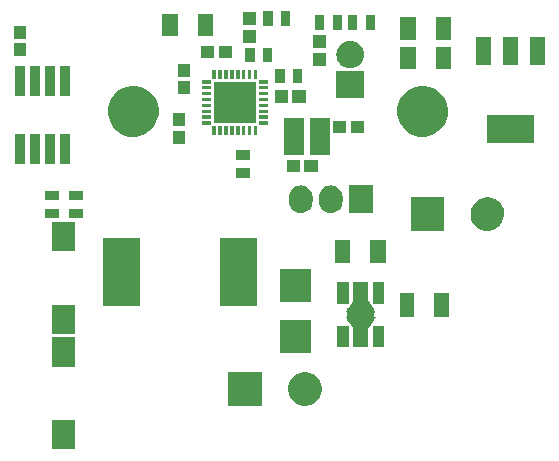
<source format=gts>
G04 #@! TF.FileFunction,Soldermask,Top*
%FSLAX46Y46*%
G04 Gerber Fmt 4.6, Leading zero omitted, Abs format (unit mm)*
G04 Created by KiCad (PCBNEW 4.0.0-2.201512062335+6193~38~ubuntu15.10.1-stable) date ke 13. tammikuuta 2016 13.01.44*
%MOMM*%
G01*
G04 APERTURE LIST*
%ADD10C,0.100000*%
G04 APERTURE END LIST*
D10*
G36*
X122112900Y-100429900D02*
X120208100Y-100429900D01*
X120208100Y-97945100D01*
X122112900Y-97945100D01*
X122112900Y-100429900D01*
X122112900Y-100429900D01*
G37*
G36*
X141740904Y-93882045D02*
X142014147Y-93938135D01*
X142271305Y-94046234D01*
X142502562Y-94202219D01*
X142699117Y-94400150D01*
X142853482Y-94632490D01*
X142959781Y-94890389D01*
X143013893Y-95163677D01*
X143013893Y-95163683D01*
X143013961Y-95164027D01*
X143009512Y-95482637D01*
X143009435Y-95482975D01*
X143009435Y-95482983D01*
X142947713Y-95754655D01*
X142834257Y-96009482D01*
X142673461Y-96237423D01*
X142471455Y-96429791D01*
X142235932Y-96579259D01*
X141975861Y-96680134D01*
X141701155Y-96728572D01*
X141422267Y-96722730D01*
X141149825Y-96662830D01*
X140894208Y-96551153D01*
X140665154Y-96391956D01*
X140471381Y-96191298D01*
X140320272Y-95956823D01*
X140217582Y-95697460D01*
X140167229Y-95423102D01*
X140171123Y-95144180D01*
X140229120Y-94871326D01*
X140339008Y-94614938D01*
X140496605Y-94384774D01*
X140695904Y-94189605D01*
X140929319Y-94036863D01*
X141187955Y-93932367D01*
X141461958Y-93880098D01*
X141740904Y-93882045D01*
X141740904Y-93882045D01*
G37*
G36*
X137933900Y-96725900D02*
X135089100Y-96725900D01*
X135089100Y-93881100D01*
X137933900Y-93881100D01*
X137933900Y-96725900D01*
X137933900Y-96725900D01*
G37*
G36*
X122112900Y-93429900D02*
X120208100Y-93429900D01*
X120208100Y-90945100D01*
X122112900Y-90945100D01*
X122112900Y-93429900D01*
X122112900Y-93429900D01*
G37*
G36*
X142103220Y-92273120D02*
X139497180Y-92273120D01*
X139497180Y-89468960D01*
X142103220Y-89468960D01*
X142103220Y-92273120D01*
X142103220Y-92273120D01*
G37*
G36*
X148316060Y-91781630D02*
X147310220Y-91781630D01*
X147310220Y-89975690D01*
X148316060Y-89975690D01*
X148316060Y-91781630D01*
X148316060Y-91781630D01*
G37*
G36*
X146964780Y-87864300D02*
X146966791Y-87878453D01*
X146973332Y-87892507D01*
X147346936Y-88451965D01*
X147356465Y-88462614D01*
X147368588Y-88470190D01*
X147389179Y-88474550D01*
X147463890Y-88474550D01*
X147463890Y-88611698D01*
X147465901Y-88625851D01*
X147472443Y-88639907D01*
X147597790Y-88827610D01*
X147514690Y-88827610D01*
X147500537Y-88829621D01*
X147487506Y-88835496D01*
X147476626Y-88844768D01*
X147468761Y-88856704D01*
X147464532Y-88870359D01*
X147463890Y-88878410D01*
X147463890Y-89175590D01*
X147465901Y-89189743D01*
X147471776Y-89202774D01*
X147481048Y-89213654D01*
X147492984Y-89221519D01*
X147506639Y-89225748D01*
X147514690Y-89226390D01*
X147597790Y-89226390D01*
X147472442Y-89414093D01*
X147466257Y-89426977D01*
X147463890Y-89442302D01*
X147463890Y-89579450D01*
X147389179Y-89579450D01*
X147375026Y-89581461D01*
X147361995Y-89587336D01*
X147346935Y-89602036D01*
X146973331Y-90161494D01*
X146967147Y-90174375D01*
X146964780Y-90189700D01*
X146964780Y-91781630D01*
X145659220Y-91781630D01*
X145659220Y-90189700D01*
X145657209Y-90175547D01*
X145650668Y-90161493D01*
X145277064Y-89602035D01*
X145267535Y-89591386D01*
X145255412Y-89583810D01*
X145234821Y-89579450D01*
X145160110Y-89579450D01*
X145160110Y-89442302D01*
X145158099Y-89428149D01*
X145151557Y-89414093D01*
X145026210Y-89226390D01*
X145109310Y-89226390D01*
X145123463Y-89224379D01*
X145136494Y-89218504D01*
X145147374Y-89209232D01*
X145155239Y-89197296D01*
X145159468Y-89183641D01*
X145160110Y-89175590D01*
X145160110Y-88878410D01*
X145158099Y-88864257D01*
X145152224Y-88851226D01*
X145142952Y-88840346D01*
X145131016Y-88832481D01*
X145117361Y-88828252D01*
X145109310Y-88827610D01*
X145026210Y-88827610D01*
X145151558Y-88639907D01*
X145157743Y-88627023D01*
X145160110Y-88611698D01*
X145160110Y-88474550D01*
X145234821Y-88474550D01*
X145248974Y-88472539D01*
X145262005Y-88466664D01*
X145277065Y-88451964D01*
X145650669Y-87892506D01*
X145656853Y-87879625D01*
X145659220Y-87864300D01*
X145659220Y-86272370D01*
X146964780Y-86272370D01*
X146964780Y-87864300D01*
X146964780Y-87864300D01*
G37*
G36*
X145313780Y-91781630D02*
X144307940Y-91781630D01*
X144307940Y-89975690D01*
X145313780Y-89975690D01*
X145313780Y-91781630D01*
X145313780Y-91781630D01*
G37*
G36*
X122112900Y-90650900D02*
X120208100Y-90650900D01*
X120208100Y-88166100D01*
X122112900Y-88166100D01*
X122112900Y-90650900D01*
X122112900Y-90650900D01*
G37*
G36*
X150861900Y-89203900D02*
X149657100Y-89203900D01*
X149657100Y-87199100D01*
X150861900Y-87199100D01*
X150861900Y-89203900D01*
X150861900Y-89203900D01*
G37*
G36*
X153761900Y-89203900D02*
X152557100Y-89203900D01*
X152557100Y-87199100D01*
X153761900Y-87199100D01*
X153761900Y-89203900D01*
X153761900Y-89203900D01*
G37*
G36*
X137561700Y-88259920D02*
X134356220Y-88259920D01*
X134356220Y-82555080D01*
X137561700Y-82555080D01*
X137561700Y-88259920D01*
X137561700Y-88259920D01*
G37*
G36*
X127660780Y-88259920D02*
X124455300Y-88259920D01*
X124455300Y-82555080D01*
X127660780Y-82555080D01*
X127660780Y-88259920D01*
X127660780Y-88259920D01*
G37*
G36*
X148316060Y-88078310D02*
X147310220Y-88078310D01*
X147310220Y-86272370D01*
X148316060Y-86272370D01*
X148316060Y-88078310D01*
X148316060Y-88078310D01*
G37*
G36*
X145313780Y-88078310D02*
X144307940Y-88078310D01*
X144307940Y-86272370D01*
X145313780Y-86272370D01*
X145313780Y-88078310D01*
X145313780Y-88078310D01*
G37*
G36*
X142103220Y-87975440D02*
X139497180Y-87975440D01*
X139497180Y-85171280D01*
X142103220Y-85171280D01*
X142103220Y-87975440D01*
X142103220Y-87975440D01*
G37*
G36*
X145439000Y-84645400D02*
X144134200Y-84645400D01*
X144134200Y-82740600D01*
X145439000Y-82740600D01*
X145439000Y-84645400D01*
X145439000Y-84645400D01*
G37*
G36*
X148439000Y-84645400D02*
X147134200Y-84645400D01*
X147134200Y-82740600D01*
X148439000Y-82740600D01*
X148439000Y-84645400D01*
X148439000Y-84645400D01*
G37*
G36*
X122112900Y-83650900D02*
X120208100Y-83650900D01*
X120208100Y-81166100D01*
X122112900Y-81166100D01*
X122112900Y-83650900D01*
X122112900Y-83650900D01*
G37*
G36*
X157189404Y-79078545D02*
X157462647Y-79134635D01*
X157719805Y-79242734D01*
X157951062Y-79398719D01*
X158147617Y-79596650D01*
X158301982Y-79828990D01*
X158408281Y-80086889D01*
X158462393Y-80360177D01*
X158462393Y-80360183D01*
X158462461Y-80360527D01*
X158458012Y-80679137D01*
X158457935Y-80679475D01*
X158457935Y-80679483D01*
X158396213Y-80951155D01*
X158282757Y-81205982D01*
X158121961Y-81433923D01*
X157919955Y-81626291D01*
X157684432Y-81775759D01*
X157424361Y-81876634D01*
X157149655Y-81925072D01*
X156870767Y-81919230D01*
X156598325Y-81859330D01*
X156342708Y-81747653D01*
X156113654Y-81588456D01*
X155919881Y-81387798D01*
X155768772Y-81153323D01*
X155666082Y-80893960D01*
X155615729Y-80619602D01*
X155619623Y-80340680D01*
X155677620Y-80067826D01*
X155787508Y-79811438D01*
X155945105Y-79581274D01*
X156144404Y-79386105D01*
X156377819Y-79233363D01*
X156636455Y-79128867D01*
X156910458Y-79076598D01*
X157189404Y-79078545D01*
X157189404Y-79078545D01*
G37*
G36*
X153382400Y-81922400D02*
X150537600Y-81922400D01*
X150537600Y-79077600D01*
X153382400Y-79077600D01*
X153382400Y-81922400D01*
X153382400Y-81922400D01*
G37*
G36*
X122778900Y-80837900D02*
X121574100Y-80837900D01*
X121574100Y-80033100D01*
X122778900Y-80033100D01*
X122778900Y-80837900D01*
X122778900Y-80837900D01*
G37*
G36*
X120746900Y-80837900D02*
X119542100Y-80837900D01*
X119542100Y-80033100D01*
X120746900Y-80033100D01*
X120746900Y-80837900D01*
X120746900Y-80837900D01*
G37*
G36*
X143968248Y-78094692D02*
X143968258Y-78094695D01*
X143968295Y-78094699D01*
X144157716Y-78153334D01*
X144332140Y-78247645D01*
X144484924Y-78374039D01*
X144610248Y-78527701D01*
X144703339Y-78702779D01*
X144760650Y-78892605D01*
X144780000Y-79089947D01*
X144780000Y-79406087D01*
X144779916Y-79418183D01*
X144779915Y-79418189D01*
X144779901Y-79420239D01*
X144757798Y-79617291D01*
X144697842Y-79806298D01*
X144602315Y-79980059D01*
X144474858Y-80131957D01*
X144320324Y-80256206D01*
X144144600Y-80348072D01*
X143954379Y-80404057D01*
X143954343Y-80404060D01*
X143954334Y-80404063D01*
X143756909Y-80422030D01*
X143559752Y-80401308D01*
X143559742Y-80401305D01*
X143559705Y-80401301D01*
X143370284Y-80342666D01*
X143195860Y-80248355D01*
X143043076Y-80121961D01*
X142917752Y-79968299D01*
X142824661Y-79793221D01*
X142767350Y-79603395D01*
X142748000Y-79406053D01*
X142748000Y-79089913D01*
X142748084Y-79077817D01*
X142748085Y-79077811D01*
X142748099Y-79075761D01*
X142770202Y-78878709D01*
X142830158Y-78689702D01*
X142925685Y-78515941D01*
X143053142Y-78364043D01*
X143207676Y-78239794D01*
X143383400Y-78147928D01*
X143573621Y-78091943D01*
X143573657Y-78091940D01*
X143573666Y-78091937D01*
X143771091Y-78073970D01*
X143968248Y-78094692D01*
X143968248Y-78094692D01*
G37*
G36*
X141428248Y-78094692D02*
X141428258Y-78094695D01*
X141428295Y-78094699D01*
X141617716Y-78153334D01*
X141792140Y-78247645D01*
X141944924Y-78374039D01*
X142070248Y-78527701D01*
X142163339Y-78702779D01*
X142220650Y-78892605D01*
X142240000Y-79089947D01*
X142240000Y-79406087D01*
X142239916Y-79418183D01*
X142239915Y-79418189D01*
X142239901Y-79420239D01*
X142217798Y-79617291D01*
X142157842Y-79806298D01*
X142062315Y-79980059D01*
X141934858Y-80131957D01*
X141780324Y-80256206D01*
X141604600Y-80348072D01*
X141414379Y-80404057D01*
X141414343Y-80404060D01*
X141414334Y-80404063D01*
X141216909Y-80422030D01*
X141019752Y-80401308D01*
X141019742Y-80401305D01*
X141019705Y-80401301D01*
X140830284Y-80342666D01*
X140655860Y-80248355D01*
X140503076Y-80121961D01*
X140377752Y-79968299D01*
X140284661Y-79793221D01*
X140227350Y-79603395D01*
X140208000Y-79406053D01*
X140208000Y-79089913D01*
X140208084Y-79077817D01*
X140208085Y-79077811D01*
X140208099Y-79075761D01*
X140230202Y-78878709D01*
X140290158Y-78689702D01*
X140385685Y-78515941D01*
X140513142Y-78364043D01*
X140667676Y-78239794D01*
X140843400Y-78147928D01*
X141033621Y-78091943D01*
X141033657Y-78091940D01*
X141033666Y-78091937D01*
X141231091Y-78073970D01*
X141428248Y-78094692D01*
X141428248Y-78094692D01*
G37*
G36*
X147320000Y-80416400D02*
X145288000Y-80416400D01*
X145288000Y-78079600D01*
X147320000Y-78079600D01*
X147320000Y-80416400D01*
X147320000Y-80416400D01*
G37*
G36*
X122778900Y-79337900D02*
X121574100Y-79337900D01*
X121574100Y-78533100D01*
X122778900Y-78533100D01*
X122778900Y-79337900D01*
X122778900Y-79337900D01*
G37*
G36*
X120746900Y-79337900D02*
X119542100Y-79337900D01*
X119542100Y-78533100D01*
X120746900Y-78533100D01*
X120746900Y-79337900D01*
X120746900Y-79337900D01*
G37*
G36*
X136936900Y-77415900D02*
X135732100Y-77415900D01*
X135732100Y-76611100D01*
X136936900Y-76611100D01*
X136936900Y-77415900D01*
X136936900Y-77415900D01*
G37*
G36*
X142653400Y-76981400D02*
X141548600Y-76981400D01*
X141548600Y-75926600D01*
X142653400Y-75926600D01*
X142653400Y-76981400D01*
X142653400Y-76981400D01*
G37*
G36*
X141153400Y-76981400D02*
X140048600Y-76981400D01*
X140048600Y-75926600D01*
X141153400Y-75926600D01*
X141153400Y-76981400D01*
X141153400Y-76981400D01*
G37*
G36*
X121737400Y-76263400D02*
X120832600Y-76263400D01*
X120832600Y-73758600D01*
X121737400Y-73758600D01*
X121737400Y-76263400D01*
X121737400Y-76263400D01*
G37*
G36*
X120467400Y-76263400D02*
X119562600Y-76263400D01*
X119562600Y-73758600D01*
X120467400Y-73758600D01*
X120467400Y-76263400D01*
X120467400Y-76263400D01*
G37*
G36*
X119197400Y-76263400D02*
X118292600Y-76263400D01*
X118292600Y-73758600D01*
X119197400Y-73758600D01*
X119197400Y-76263400D01*
X119197400Y-76263400D01*
G37*
G36*
X117927400Y-76263400D02*
X117022600Y-76263400D01*
X117022600Y-73758600D01*
X117927400Y-73758600D01*
X117927400Y-76263400D01*
X117927400Y-76263400D01*
G37*
G36*
X136936900Y-75915900D02*
X135732100Y-75915900D01*
X135732100Y-75111100D01*
X136936900Y-75111100D01*
X136936900Y-75915900D01*
X136936900Y-75915900D01*
G37*
G36*
X143684400Y-75466400D02*
X141979600Y-75466400D01*
X141979600Y-72361600D01*
X143684400Y-72361600D01*
X143684400Y-75466400D01*
X143684400Y-75466400D01*
G37*
G36*
X141484400Y-75466400D02*
X139779600Y-75466400D01*
X139779600Y-72361600D01*
X141484400Y-72361600D01*
X141484400Y-75466400D01*
X141484400Y-75466400D01*
G37*
G36*
X131466900Y-74587100D02*
X130412100Y-74587100D01*
X130412100Y-73482300D01*
X131466900Y-73482300D01*
X131466900Y-74587100D01*
X131466900Y-74587100D01*
G37*
G36*
X160981200Y-74470400D02*
X157018800Y-74470400D01*
X157018800Y-72133600D01*
X160981200Y-72133600D01*
X160981200Y-74470400D01*
X160981200Y-74470400D01*
G37*
G36*
X151777579Y-69652532D02*
X152191058Y-69737407D01*
X152580190Y-69900983D01*
X152930132Y-70137023D01*
X153227564Y-70436537D01*
X153461152Y-70788118D01*
X153622005Y-71178375D01*
X153703924Y-71592097D01*
X153703993Y-71592446D01*
X153697261Y-72074573D01*
X153697183Y-72074916D01*
X153697183Y-72074919D01*
X153603744Y-72486194D01*
X153432059Y-72871804D01*
X153188741Y-73216728D01*
X152883062Y-73507822D01*
X152526666Y-73733999D01*
X152133122Y-73886644D01*
X151717431Y-73959942D01*
X151295414Y-73951102D01*
X150883152Y-73860460D01*
X150496347Y-73691469D01*
X150149737Y-73450569D01*
X149856516Y-73146930D01*
X149627857Y-72792119D01*
X149472466Y-72399649D01*
X149396269Y-71984482D01*
X149402162Y-71562414D01*
X149489924Y-71149528D01*
X149656209Y-70761556D01*
X149894687Y-70413268D01*
X150196270Y-70117936D01*
X150549476Y-69886804D01*
X150940849Y-69728679D01*
X151355476Y-69649585D01*
X151777579Y-69652532D01*
X151777579Y-69652532D01*
G37*
G36*
X127277579Y-69652532D02*
X127691058Y-69737407D01*
X128080190Y-69900983D01*
X128430132Y-70137023D01*
X128727564Y-70436537D01*
X128961152Y-70788118D01*
X129122005Y-71178375D01*
X129203924Y-71592097D01*
X129203993Y-71592446D01*
X129197261Y-72074573D01*
X129197183Y-72074916D01*
X129197183Y-72074919D01*
X129103744Y-72486194D01*
X128932059Y-72871804D01*
X128688741Y-73216728D01*
X128383062Y-73507822D01*
X128026666Y-73733999D01*
X127633122Y-73886644D01*
X127217431Y-73959942D01*
X126795414Y-73951102D01*
X126383152Y-73860460D01*
X125996347Y-73691469D01*
X125649737Y-73450569D01*
X125356516Y-73146930D01*
X125127857Y-72792119D01*
X124972466Y-72399649D01*
X124896269Y-71984482D01*
X124902162Y-71562414D01*
X124989924Y-71149528D01*
X125156209Y-70761556D01*
X125394687Y-70413268D01*
X125696270Y-70117936D01*
X126049476Y-69886804D01*
X126440849Y-69728679D01*
X126855476Y-69649585D01*
X127277579Y-69652532D01*
X127277579Y-69652532D01*
G37*
G36*
X134051900Y-73828900D02*
X133751100Y-73828900D01*
X133751100Y-73078100D01*
X134051900Y-73078100D01*
X134051900Y-73828900D01*
X134051900Y-73828900D01*
G37*
G36*
X137551900Y-73828900D02*
X137251100Y-73828900D01*
X137251100Y-73078100D01*
X137551900Y-73078100D01*
X137551900Y-73828900D01*
X137551900Y-73828900D01*
G37*
G36*
X137051900Y-73828900D02*
X136751100Y-73828900D01*
X136751100Y-73078100D01*
X137051900Y-73078100D01*
X137051900Y-73828900D01*
X137051900Y-73828900D01*
G37*
G36*
X136551900Y-73828900D02*
X136251100Y-73828900D01*
X136251100Y-73078100D01*
X136551900Y-73078100D01*
X136551900Y-73828900D01*
X136551900Y-73828900D01*
G37*
G36*
X136051900Y-73828900D02*
X135751100Y-73828900D01*
X135751100Y-73078100D01*
X136051900Y-73078100D01*
X136051900Y-73828900D01*
X136051900Y-73828900D01*
G37*
G36*
X135551900Y-73828900D02*
X135251100Y-73828900D01*
X135251100Y-73078100D01*
X135551900Y-73078100D01*
X135551900Y-73828900D01*
X135551900Y-73828900D01*
G37*
G36*
X135051900Y-73828900D02*
X134751100Y-73828900D01*
X134751100Y-73078100D01*
X135051900Y-73078100D01*
X135051900Y-73828900D01*
X135051900Y-73828900D01*
G37*
G36*
X134551900Y-73828900D02*
X134251100Y-73828900D01*
X134251100Y-73078100D01*
X134551900Y-73078100D01*
X134551900Y-73828900D01*
X134551900Y-73828900D01*
G37*
G36*
X146590400Y-73679400D02*
X145485600Y-73679400D01*
X145485600Y-72624600D01*
X146590400Y-72624600D01*
X146590400Y-73679400D01*
X146590400Y-73679400D01*
G37*
G36*
X145090400Y-73679400D02*
X143985600Y-73679400D01*
X143985600Y-72624600D01*
X145090400Y-72624600D01*
X145090400Y-73679400D01*
X145090400Y-73679400D01*
G37*
G36*
X131466900Y-73087100D02*
X130412100Y-73087100D01*
X130412100Y-71982300D01*
X131466900Y-71982300D01*
X131466900Y-73087100D01*
X131466900Y-73087100D01*
G37*
G36*
X133626900Y-72953900D02*
X132876100Y-72953900D01*
X132876100Y-72653100D01*
X133626900Y-72653100D01*
X133626900Y-72953900D01*
X133626900Y-72953900D01*
G37*
G36*
X138426900Y-72953900D02*
X137676100Y-72953900D01*
X137676100Y-72653100D01*
X138426900Y-72653100D01*
X138426900Y-72953900D01*
X138426900Y-72953900D01*
G37*
G36*
X137401900Y-72803900D02*
X133901100Y-72803900D01*
X133901100Y-69303100D01*
X137401900Y-69303100D01*
X137401900Y-72803900D01*
X137401900Y-72803900D01*
G37*
G36*
X138426900Y-72453900D02*
X137676100Y-72453900D01*
X137676100Y-72153100D01*
X138426900Y-72153100D01*
X138426900Y-72453900D01*
X138426900Y-72453900D01*
G37*
G36*
X133626900Y-72453900D02*
X132876100Y-72453900D01*
X132876100Y-72153100D01*
X133626900Y-72153100D01*
X133626900Y-72453900D01*
X133626900Y-72453900D01*
G37*
G36*
X138426900Y-71953900D02*
X137676100Y-71953900D01*
X137676100Y-71653100D01*
X138426900Y-71653100D01*
X138426900Y-71953900D01*
X138426900Y-71953900D01*
G37*
G36*
X133626900Y-71953900D02*
X132876100Y-71953900D01*
X132876100Y-71653100D01*
X133626900Y-71653100D01*
X133626900Y-71953900D01*
X133626900Y-71953900D01*
G37*
G36*
X138426900Y-71453900D02*
X137676100Y-71453900D01*
X137676100Y-71153100D01*
X138426900Y-71153100D01*
X138426900Y-71453900D01*
X138426900Y-71453900D01*
G37*
G36*
X133626900Y-71453900D02*
X132876100Y-71453900D01*
X132876100Y-71153100D01*
X133626900Y-71153100D01*
X133626900Y-71453900D01*
X133626900Y-71453900D01*
G37*
G36*
X140137400Y-71075900D02*
X139032600Y-71075900D01*
X139032600Y-70021100D01*
X140137400Y-70021100D01*
X140137400Y-71075900D01*
X140137400Y-71075900D01*
G37*
G36*
X141637400Y-71075900D02*
X140532600Y-71075900D01*
X140532600Y-70021100D01*
X141637400Y-70021100D01*
X141637400Y-71075900D01*
X141637400Y-71075900D01*
G37*
G36*
X138426900Y-70953900D02*
X137676100Y-70953900D01*
X137676100Y-70653100D01*
X138426900Y-70653100D01*
X138426900Y-70953900D01*
X138426900Y-70953900D01*
G37*
G36*
X133626900Y-70953900D02*
X132876100Y-70953900D01*
X132876100Y-70653100D01*
X133626900Y-70653100D01*
X133626900Y-70953900D01*
X133626900Y-70953900D01*
G37*
G36*
X146585900Y-70693900D02*
X144249100Y-70693900D01*
X144249100Y-68357100D01*
X146585900Y-68357100D01*
X146585900Y-70693900D01*
X146585900Y-70693900D01*
G37*
G36*
X121737400Y-70513400D02*
X120832600Y-70513400D01*
X120832600Y-68008600D01*
X121737400Y-68008600D01*
X121737400Y-70513400D01*
X121737400Y-70513400D01*
G37*
G36*
X120467400Y-70513400D02*
X119562600Y-70513400D01*
X119562600Y-68008600D01*
X120467400Y-68008600D01*
X120467400Y-70513400D01*
X120467400Y-70513400D01*
G37*
G36*
X119197400Y-70513400D02*
X118292600Y-70513400D01*
X118292600Y-68008600D01*
X119197400Y-68008600D01*
X119197400Y-70513400D01*
X119197400Y-70513400D01*
G37*
G36*
X117927400Y-70513400D02*
X117022600Y-70513400D01*
X117022600Y-68008600D01*
X117927400Y-68008600D01*
X117927400Y-70513400D01*
X117927400Y-70513400D01*
G37*
G36*
X138426900Y-70453900D02*
X137676100Y-70453900D01*
X137676100Y-70153100D01*
X138426900Y-70153100D01*
X138426900Y-70453900D01*
X138426900Y-70453900D01*
G37*
G36*
X133626900Y-70453900D02*
X132876100Y-70453900D01*
X132876100Y-70153100D01*
X133626900Y-70153100D01*
X133626900Y-70453900D01*
X133626900Y-70453900D01*
G37*
G36*
X131873300Y-70370700D02*
X130818500Y-70370700D01*
X130818500Y-69265900D01*
X131873300Y-69265900D01*
X131873300Y-70370700D01*
X131873300Y-70370700D01*
G37*
G36*
X138426900Y-69953900D02*
X137676100Y-69953900D01*
X137676100Y-69653100D01*
X138426900Y-69653100D01*
X138426900Y-69953900D01*
X138426900Y-69953900D01*
G37*
G36*
X133626900Y-69953900D02*
X132876100Y-69953900D01*
X132876100Y-69653100D01*
X133626900Y-69653100D01*
X133626900Y-69953900D01*
X133626900Y-69953900D01*
G37*
G36*
X138426900Y-69453900D02*
X137676100Y-69453900D01*
X137676100Y-69153100D01*
X138426900Y-69153100D01*
X138426900Y-69453900D01*
X138426900Y-69453900D01*
G37*
G36*
X133626900Y-69453900D02*
X132876100Y-69453900D01*
X132876100Y-69153100D01*
X133626900Y-69153100D01*
X133626900Y-69453900D01*
X133626900Y-69453900D01*
G37*
G36*
X141360400Y-69436400D02*
X140555600Y-69436400D01*
X140555600Y-68231600D01*
X141360400Y-68231600D01*
X141360400Y-69436400D01*
X141360400Y-69436400D01*
G37*
G36*
X139860400Y-69436400D02*
X139055600Y-69436400D01*
X139055600Y-68231600D01*
X139860400Y-68231600D01*
X139860400Y-69436400D01*
X139860400Y-69436400D01*
G37*
G36*
X136551900Y-69028900D02*
X136251100Y-69028900D01*
X136251100Y-68278100D01*
X136551900Y-68278100D01*
X136551900Y-69028900D01*
X136551900Y-69028900D01*
G37*
G36*
X137051900Y-69028900D02*
X136751100Y-69028900D01*
X136751100Y-68278100D01*
X137051900Y-68278100D01*
X137051900Y-69028900D01*
X137051900Y-69028900D01*
G37*
G36*
X136051900Y-69028900D02*
X135751100Y-69028900D01*
X135751100Y-68278100D01*
X136051900Y-68278100D01*
X136051900Y-69028900D01*
X136051900Y-69028900D01*
G37*
G36*
X135551900Y-69028900D02*
X135251100Y-69028900D01*
X135251100Y-68278100D01*
X135551900Y-68278100D01*
X135551900Y-69028900D01*
X135551900Y-69028900D01*
G37*
G36*
X134551900Y-69028900D02*
X134251100Y-69028900D01*
X134251100Y-68278100D01*
X134551900Y-68278100D01*
X134551900Y-69028900D01*
X134551900Y-69028900D01*
G37*
G36*
X135051900Y-69028900D02*
X134751100Y-69028900D01*
X134751100Y-68278100D01*
X135051900Y-68278100D01*
X135051900Y-69028900D01*
X135051900Y-69028900D01*
G37*
G36*
X134051900Y-69028900D02*
X133751100Y-69028900D01*
X133751100Y-68278100D01*
X134051900Y-68278100D01*
X134051900Y-69028900D01*
X134051900Y-69028900D01*
G37*
G36*
X137551900Y-69028900D02*
X137251100Y-69028900D01*
X137251100Y-68278100D01*
X137551900Y-68278100D01*
X137551900Y-69028900D01*
X137551900Y-69028900D01*
G37*
G36*
X131873300Y-68870700D02*
X130818500Y-68870700D01*
X130818500Y-67765900D01*
X131873300Y-67765900D01*
X131873300Y-68870700D01*
X131873300Y-68870700D01*
G37*
G36*
X153953900Y-68255900D02*
X152649100Y-68255900D01*
X152649100Y-66351100D01*
X153953900Y-66351100D01*
X153953900Y-68255900D01*
X153953900Y-68255900D01*
G37*
G36*
X150953900Y-68255900D02*
X149649100Y-68255900D01*
X149649100Y-66351100D01*
X150953900Y-66351100D01*
X150953900Y-68255900D01*
X150953900Y-68255900D01*
G37*
G36*
X145437411Y-65817199D02*
X145437417Y-65817200D01*
X145439466Y-65817214D01*
X145666077Y-65842632D01*
X145883435Y-65911582D01*
X146083260Y-66021437D01*
X146257943Y-66168013D01*
X146400828Y-66345727D01*
X146506475Y-66547810D01*
X146570857Y-66766564D01*
X146570860Y-66766595D01*
X146570864Y-66766609D01*
X146591526Y-66993654D01*
X146567695Y-67220392D01*
X146567693Y-67220397D01*
X146567689Y-67220439D01*
X146500258Y-67438273D01*
X146391800Y-67638861D01*
X146246448Y-67814562D01*
X146069736Y-67958685D01*
X145868396Y-68065740D01*
X145650096Y-68131648D01*
X145423153Y-68153900D01*
X145411813Y-68153900D01*
X145397589Y-68153801D01*
X145397583Y-68153800D01*
X145395534Y-68153786D01*
X145168923Y-68128368D01*
X144951565Y-68059418D01*
X144751740Y-67949563D01*
X144577057Y-67802987D01*
X144434172Y-67625273D01*
X144328525Y-67423190D01*
X144264143Y-67204436D01*
X144264140Y-67204405D01*
X144264136Y-67204391D01*
X144243474Y-66977346D01*
X144267305Y-66750608D01*
X144267307Y-66750603D01*
X144267311Y-66750561D01*
X144334742Y-66532727D01*
X144443200Y-66332139D01*
X144588552Y-66156438D01*
X144765264Y-66012315D01*
X144966604Y-65905260D01*
X145184904Y-65839352D01*
X145411847Y-65817100D01*
X145423187Y-65817100D01*
X145437411Y-65817199D01*
X145437411Y-65817199D01*
G37*
G36*
X143354100Y-67932300D02*
X142299300Y-67932300D01*
X142299300Y-66827500D01*
X143354100Y-66827500D01*
X143354100Y-67932300D01*
X143354100Y-67932300D01*
G37*
G36*
X161946400Y-67866400D02*
X160625600Y-67866400D01*
X160625600Y-65529600D01*
X161946400Y-65529600D01*
X161946400Y-67866400D01*
X161946400Y-67866400D01*
G37*
G36*
X159660400Y-67866400D02*
X158339600Y-67866400D01*
X158339600Y-65529600D01*
X159660400Y-65529600D01*
X159660400Y-67866400D01*
X159660400Y-67866400D01*
G37*
G36*
X157374400Y-67866400D02*
X156053600Y-67866400D01*
X156053600Y-65529600D01*
X157374400Y-65529600D01*
X157374400Y-67866400D01*
X157374400Y-67866400D01*
G37*
G36*
X138820400Y-67658400D02*
X138015600Y-67658400D01*
X138015600Y-66453600D01*
X138820400Y-66453600D01*
X138820400Y-67658400D01*
X138820400Y-67658400D01*
G37*
G36*
X137320400Y-67658400D02*
X136515600Y-67658400D01*
X136515600Y-66453600D01*
X137320400Y-66453600D01*
X137320400Y-67658400D01*
X137320400Y-67658400D01*
G37*
G36*
X135414400Y-67329400D02*
X134309600Y-67329400D01*
X134309600Y-66274600D01*
X135414400Y-66274600D01*
X135414400Y-67329400D01*
X135414400Y-67329400D01*
G37*
G36*
X133914400Y-67329400D02*
X132809600Y-67329400D01*
X132809600Y-66274600D01*
X133914400Y-66274600D01*
X133914400Y-67329400D01*
X133914400Y-67329400D01*
G37*
G36*
X118002400Y-67151900D02*
X116947600Y-67151900D01*
X116947600Y-66047100D01*
X118002400Y-66047100D01*
X118002400Y-67151900D01*
X118002400Y-67151900D01*
G37*
G36*
X143354100Y-66432300D02*
X142299300Y-66432300D01*
X142299300Y-65327500D01*
X143354100Y-65327500D01*
X143354100Y-66432300D01*
X143354100Y-66432300D01*
G37*
G36*
X137433400Y-66008900D02*
X136378600Y-66008900D01*
X136378600Y-64904100D01*
X137433400Y-64904100D01*
X137433400Y-66008900D01*
X137433400Y-66008900D01*
G37*
G36*
X150953900Y-65755900D02*
X149649100Y-65755900D01*
X149649100Y-63851100D01*
X150953900Y-63851100D01*
X150953900Y-65755900D01*
X150953900Y-65755900D01*
G37*
G36*
X153953900Y-65755900D02*
X152649100Y-65755900D01*
X152649100Y-63851100D01*
X153953900Y-63851100D01*
X153953900Y-65755900D01*
X153953900Y-65755900D01*
G37*
G36*
X118002400Y-65651900D02*
X116947600Y-65651900D01*
X116947600Y-64547100D01*
X118002400Y-64547100D01*
X118002400Y-65651900D01*
X118002400Y-65651900D01*
G37*
G36*
X130803900Y-65455900D02*
X129499100Y-65455900D01*
X129499100Y-63551100D01*
X130803900Y-63551100D01*
X130803900Y-65455900D01*
X130803900Y-65455900D01*
G37*
G36*
X133803900Y-65455900D02*
X132499100Y-65455900D01*
X132499100Y-63551100D01*
X133803900Y-63551100D01*
X133803900Y-65455900D01*
X133803900Y-65455900D01*
G37*
G36*
X144741100Y-64895500D02*
X143936300Y-64895500D01*
X143936300Y-63690700D01*
X144741100Y-63690700D01*
X144741100Y-64895500D01*
X144741100Y-64895500D01*
G37*
G36*
X146035100Y-64895500D02*
X145230300Y-64895500D01*
X145230300Y-63690700D01*
X146035100Y-63690700D01*
X146035100Y-64895500D01*
X146035100Y-64895500D01*
G37*
G36*
X143241100Y-64895500D02*
X142436300Y-64895500D01*
X142436300Y-63690700D01*
X143241100Y-63690700D01*
X143241100Y-64895500D01*
X143241100Y-64895500D01*
G37*
G36*
X147535100Y-64895500D02*
X146730300Y-64895500D01*
X146730300Y-63690700D01*
X147535100Y-63690700D01*
X147535100Y-64895500D01*
X147535100Y-64895500D01*
G37*
G36*
X138844400Y-64546900D02*
X138039600Y-64546900D01*
X138039600Y-63342100D01*
X138844400Y-63342100D01*
X138844400Y-64546900D01*
X138844400Y-64546900D01*
G37*
G36*
X140344400Y-64546900D02*
X139539600Y-64546900D01*
X139539600Y-63342100D01*
X140344400Y-63342100D01*
X140344400Y-64546900D01*
X140344400Y-64546900D01*
G37*
G36*
X137433400Y-64508900D02*
X136378600Y-64508900D01*
X136378600Y-63404100D01*
X137433400Y-63404100D01*
X137433400Y-64508900D01*
X137433400Y-64508900D01*
G37*
M02*

</source>
